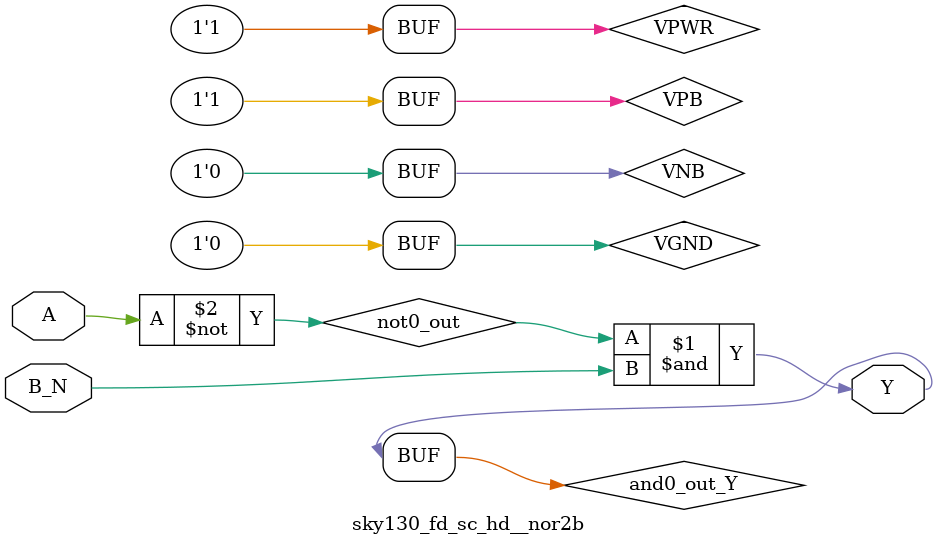
<source format=v>



module sky130_fd_sc_hd__nor2b (
    Y  ,
    A  ,
    B_N
);

    output Y  ;
    input  A  ;
    input  B_N;

    supply1 VPWR;
    supply0 VGND;
    supply1 VPB ;
    supply0 VNB ;

    wire not0_out  ;
    wire and0_out_Y;

    not not0 (not0_out  , A              );
    and and0 (and0_out_Y, not0_out, B_N  );
    buf buf0 (Y         , and0_out_Y     );

endmodule

</source>
